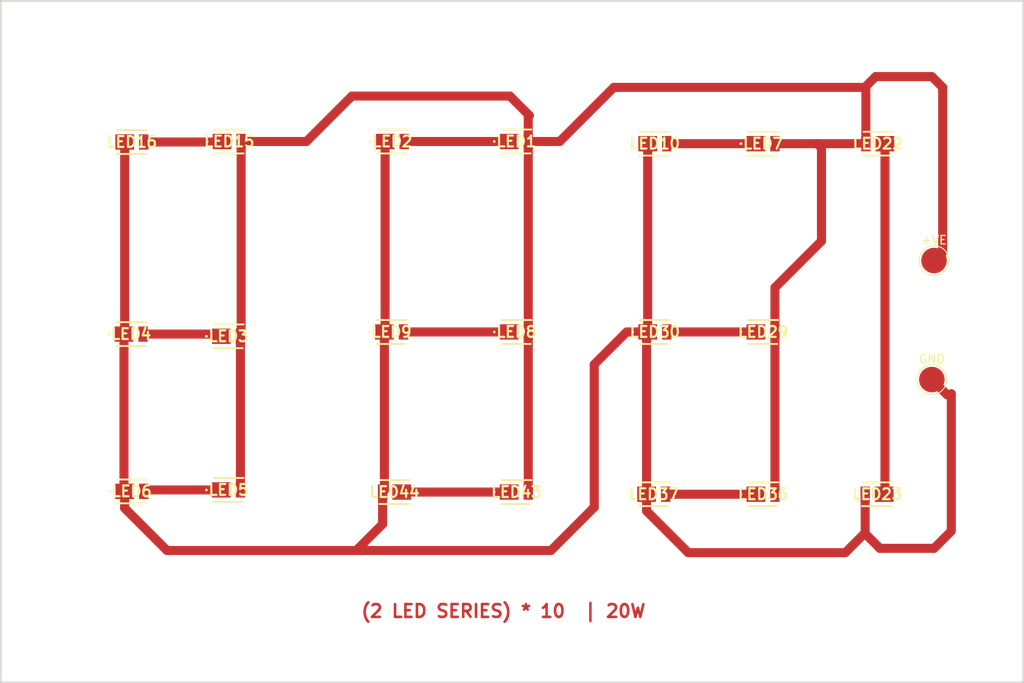
<source format=kicad_pcb>
(kicad_pcb (version 20211014) (generator pcbnew)
  (layers (0 "F.Cu" signal) (31 "B.Cu" signal) (34 "B.Paste" user) (35 "F.Paste" user) (36 "B.SilkS" user "B.Silkscreen") (37 "F.SilkS" user "F.Silkscreen") (38 "B.Mask" user) (39 "F.Mask" user) (44 "Edge.Cuts" user))
  (net 0 "")
  (net 1 "+24V")
  (net 2 "GND")
  (net 3 "Net-(LED15-Pad1)")
  (net 4 "Net-(LED43-Pad1)")
  (net 5 "Net-(LED36-Pad1)")
  (net 6 "Net-(LED29-Pad1)")
  (net 7 "Net-(LED22-Pad1)")
  (net 8 "Net-(LED1-Pad1)")
  (net 9 "Net-(LED10-Pad2)")
  (net 10 "Net-(LED8-Pad1)")
  (net 11 "Net-(LED5-Pad1)")
  (net 12 "Net-(LED3-Pad1)")
  (footprint "2835-library:JB2835BWTGH40EA0000N0000001" (layer "F.Cu") (at 88.817 80.518)
    (fp_text reference "LED4" (at 0.845 0) (layer "F.SilkS") (effects (font (size 1.27 1.27) (thickness 0.254))))
    (fp_text value "JB2835BWT-G-H40EA0000-N0000001" hide)
    (fp_line (start -1.8 0) (end -1.8 0) (layer "F.SilkS") (width 0.2))
    (fp_line (start 2.595 -1.4) (end 2.595 -1.4) (layer "F.SilkS") (width 0.2))
    (fp_line (start 2.595 -1.4) (end -0.905 -1.4) (layer "F.SilkS") (width 0.2))
    (fp_line (start -0.905 -1.4) (end -0.905 -1.4) (layer "F.SilkS") (width 0.2))
    (fp_line (start 2.5 1.4) (end -0.905 1.4) (layer "F.SilkS") (width 0.2))
    (fp_line (start -1.8 0) (end -1.8 0) (layer "F.SilkS") (width 0.2))
    (fp_line (start -0.905 -1.4) (end 2.595 -1.4) (layer "F.SilkS") (width 0.2))
    (fp_line (start -0.905 1.4) (end -0.905 1.4) (layer "F.SilkS") (width 0.2))
    (fp_line (start -1.7 0) (end -1.7 0) (layer "F.SilkS") (width 0.2))
    (fp_line (start -0.905 1.4) (end 2.5 1.4) (layer "F.SilkS") (width 0.2))
    (fp_line (start 2.5 1.4) (end 2.5 1.4) (layer "F.SilkS") (width 0.2))
    (fp_arc (start -1.7 0) (mid -1.75 0.05) (end -1.8 0) (layer "F.SilkS") (width 0.2))
    (fp_arc (start -1.7 0) (mid -1.75 0.05) (end -1.8 0) (layer "F.SilkS") (width 0.2))
    (fp_arc (start -1.8 0) (mid -1.75 -0.05) (end -1.7 0) (layer "F.SilkS") (width 0.2))
    (pad "1" smd rect locked (at 0 0 90) (size 1.8 2.2) (layers "F.Cu" "F.Paste" "F.Mask") (net 2 "GND"))
    (pad "2" smd rect locked (at 2.24 0) (size 1.1 1.8) (layers "F.Cu" "F.Paste" "F.Mask") (net 12 "Net-(LED3-Pad1)"))
  )
  (footprint "2835-library:JB2835BWTGH40EA0000N0000001" (layer "F.Cu") (at 100.247 98.806)
    (fp_text reference "LED5" (at 0.845 0) (layer "F.SilkS") (effects (font (size 1.27 1.27) (thickness 0.254))))
    (fp_text value "JB2835BWT-G-H40EA0000-N0000001" hide)
    (fp_line (start 2.5 1.4) (end 2.5 1.4) (layer "F.SilkS") (width 0.2))
    (fp_line (start -0.905 1.4) (end 2.5 1.4) (layer "F.SilkS") (width 0.2))
    (fp_line (start 2.595 -1.4) (end -0.905 -1.4) (layer "F.SilkS") (width 0.2))
    (fp_line (start 2.5 1.4) (end -0.905 1.4) (layer "F.SilkS") (width 0.2))
    (fp_line (start -1.7 0) (end -1.7 0) (layer "F.SilkS") (width 0.2))
    (fp_line (start -0.905 -1.4) (end 2.595 -1.4) (layer "F.SilkS") (width 0.2))
    (fp_line (start -1.8 0) (end -1.8 0) (layer "F.SilkS") (width 0.2))
    (fp_line (start 2.595 -1.4) (end 2.595 -1.4) (layer "F.SilkS") (width 0.2))
    (fp_line (start -0.905 1.4) (end -0.905 1.4) (layer "F.SilkS") (width 0.2))
    (fp_line (start -1.8 0) (end -1.8 0) (layer "F.SilkS") (width 0.2))
    (fp_line (start -0.905 -1.4) (end -0.905 -1.4) (layer "F.SilkS") (width 0.2))
    (fp_arc (start -1.7 0) (mid -1.75 0.05) (end -1.8 0) (layer "F.SilkS") (width 0.2))
    (fp_arc (start -1.8 0) (mid -1.75 -0.05) (end -1.7 0) (layer "F.SilkS") (width 0.2))
    (fp_arc (start -1.7 0) (mid -1.75 0.05) (end -1.8 0) (layer "F.SilkS") (width 0.2))
    (pad "1" smd rect locked (at 0 0 90) (size 1.8 2.2) (layers "F.Cu" "F.Paste" "F.Mask") (net 11 "Net-(LED5-Pad1)"))
    (pad "2" smd rect locked (at 2.24 0) (size 1.1 1.8) (layers "F.Cu" "F.Paste" "F.Mask") (net 1 "+24V"))
  )
  (footprint "2835-library:JB2835BWTGH40EA0000N0000001" (layer "F.Cu") (at 100.33 57.912)
    (fp_text reference "LED15" (at 0.845 0) (layer "F.SilkS") (effects (font (size 1.27 1.27) (thickness 0.254))))
    (fp_text value "JB2835BWT-G-H40EA0000-N0000001" hide)
    (fp_line (start -0.905 -1.4) (end -0.905 -1.4) (layer "F.SilkS") (width 0.2))
    (fp_line (start -1.7 0) (end -1.7 0) (layer "F.SilkS") (width 0.2))
    (fp_line (start 2.595 -1.4) (end 2.595 -1.4) (layer "F.SilkS") (width 0.2))
    (fp_line (start -0.905 1.4) (end 2.5 1.4) (layer "F.SilkS") (width 0.2))
    (fp_line (start -0.905 -1.4) (end 2.595 -1.4) (layer "F.SilkS") (width 0.2))
    (fp_line (start -1.8 0) (end -1.8 0) (layer "F.SilkS") (width 0.2))
    (fp_line (start -0.905 1.4) (end -0.905 1.4) (layer "F.SilkS") (width 0.2))
    (fp_line (start -1.8 0) (end -1.8 0) (layer "F.SilkS") (width 0.2))
    (fp_line (start 2.5 1.4) (end 2.5 1.4) (layer "F.SilkS") (width 0.2))
    (fp_line (start 2.595 -1.4) (end -0.905 -1.4) (layer "F.SilkS") (width 0.2))
    (fp_line (start 2.5 1.4) (end -0.905 1.4) (layer "F.SilkS") (width 0.2))
    (fp_arc (start -1.7 0) (mid -1.75 0.05) (end -1.8 0) (layer "F.SilkS") (width 0.2))
    (fp_arc (start -1.8 0) (mid -1.75 -0.05) (end -1.7 0) (layer "F.SilkS") (width 0.2))
    (fp_arc (start -1.7 0) (mid -1.75 0.05) (end -1.8 0) (layer "F.SilkS") (width 0.2))
    (pad "1" smd rect locked (at 0 0 90) (size 1.8 2.2) (layers "F.Cu" "F.Paste" "F.Mask") (net 3 "Net-(LED15-Pad1)"))
    (pad "2" smd rect locked (at 2.24 0) (size 1.1 1.8) (layers "F.Cu" "F.Paste" "F.Mask") (net 1 "+24V"))
  )
  (footprint "2835-library:JB2835BWTGH40EA0000N0000001" (layer "F.Cu") (at 119.468 57.912)
    (fp_text reference "LED2" (at 0.845 0) (layer "F.SilkS") (effects (font (size 1.27 1.27) (thickness 0.254))))
    (fp_text value "JB2835BWT-G-H40EA0000-N0000001" hide)
    (fp_line (start -0.905 1.4) (end 2.5 1.4) (layer "F.SilkS") (width 0.2))
    (fp_line (start -0.905 1.4) (end -0.905 1.4) (layer "F.SilkS") (width 0.2))
    (fp_line (start -1.8 0) (end -1.8 0) (layer "F.SilkS") (width 0.2))
    (fp_line (start 2.595 -1.4) (end 2.595 -1.4) (layer "F.SilkS") (width 0.2))
    (fp_line (start -1.8 0) (end -1.8 0) (layer "F.SilkS") (width 0.2))
    (fp_line (start -0.905 -1.4) (end 2.595 -1.4) (layer "F.SilkS") (width 0.2))
    (fp_line (start -0.905 -1.4) (end -0.905 -1.4) (layer "F.SilkS") (width 0.2))
    (fp_line (start 2.5 1.4) (end -0.905 1.4) (layer "F.SilkS") (width 0.2))
    (fp_line (start 2.5 1.4) (end 2.5 1.4) (layer "F.SilkS") (width 0.2))
    (fp_line (start 2.595 -1.4) (end -0.905 -1.4) (layer "F.SilkS") (width 0.2))
    (fp_line (start -1.7 0) (end -1.7 0) (layer "F.SilkS") (width 0.2))
    (fp_arc (start -1.7 0) (mid -1.75 0.05) (end -1.8 0) (layer "F.SilkS") (width 0.2))
    (fp_arc (start -1.8 0) (mid -1.75 -0.05) (end -1.7 0) (layer "F.SilkS") (width 0.2))
    (fp_arc (start -1.7 0) (mid -1.75 0.05) (end -1.8 0) (layer "F.SilkS") (width 0.2))
    (pad "1" smd rect locked (at 0 0 90) (size 1.8 2.2) (layers "F.Cu" "F.Paste" "F.Mask") (net 2 "GND"))
    (pad "2" smd rect locked (at 2.24 0) (size 1.1 1.8) (layers "F.Cu" "F.Paste" "F.Mask") (net 8 "Net-(LED1-Pad1)"))
  )
  (footprint "2835-library:JB2835BWTGH40EA0000N0000001" (layer "F.Cu") (at 134.029 80.264)
    (fp_text reference "LED8" (at 0.845 0) (layer "F.SilkS") (effects (font (size 1.27 1.27) (thickness 0.254))))
    (fp_text value "JB2835BWT-G-H40EA0000-N0000001" hide)
    (fp_line (start -0.905 -1.4) (end 2.595 -1.4) (layer "F.SilkS") (width 0.2))
    (fp_line (start -0.905 -1.4) (end -0.905 -1.4) (layer "F.SilkS") (width 0.2))
    (fp_line (start -0.905 1.4) (end -0.905 1.4) (layer "F.SilkS") (width 0.2))
    (fp_line (start -0.905 1.4) (end 2.5 1.4) (layer "F.SilkS") (width 0.2))
    (fp_line (start 2.595 -1.4) (end 2.595 -1.4) (layer "F.SilkS") (width 0.2))
    (fp_line (start 2.5 1.4) (end 2.5 1.4) (layer "F.SilkS") (width 0.2))
    (fp_line (start 2.595 -1.4) (end -0.905 -1.4) (layer "F.SilkS") (width 0.2))
    (fp_line (start -1.7 0) (end -1.7 0) (layer "F.SilkS") (width 0.2))
    (fp_line (start -1.8 0) (end -1.8 0) (layer "F.SilkS") (width 0.2))
    (fp_line (start -1.8 0) (end -1.8 0) (layer "F.SilkS") (width 0.2))
    (fp_line (start 2.5 1.4) (end -0.905 1.4) (layer "F.SilkS") (width 0.2))
    (fp_arc (start -1.7 0) (mid -1.75 0.05) (end -1.8 0) (layer "F.SilkS") (width 0.2))
    (fp_arc (start -1.8 0) (mid -1.75 -0.05) (end -1.7 0) (layer "F.SilkS") (width 0.2))
    (fp_arc (start -1.7 0) (mid -1.75 0.05) (end -1.8 0) (layer "F.SilkS") (width 0.2))
    (pad "1" smd rect locked (at 0 0 90) (size 1.8 2.2) (layers "F.Cu" "F.Paste" "F.Mask") (net 10 "Net-(LED8-Pad1)"))
    (pad "2" smd rect locked (at 2.24 0) (size 1.1 1.8) (layers "F.Cu" "F.Paste" "F.Mask") (net 1 "+24V"))
  )
  (footprint "2835-library:JB2835BWTGH40EA0000N0000001" (layer "F.Cu") (at 162.985 80.264)
    (fp_text reference "LED29" (at 0.845 0) (layer "F.SilkS") (effects (font (size 1.27 1.27) (thickness 0.254))))
    (fp_text value "JB2835BWT-G-H40EA0000-N0000001" hide)
    (fp_line (start -1.8 0) (end -1.8 0) (layer "F.SilkS") (width 0.2))
    (fp_line (start 2.595 -1.4) (end 2.595 -1.4) (layer "F.SilkS") (width 0.2))
    (fp_line (start 2.595 -1.4) (end -0.905 -1.4) (layer "F.SilkS") (width 0.2))
    (fp_line (start -0.905 1.4) (end -0.905 1.4) (layer "F.SilkS") (width 0.2))
    (fp_line (start 2.5 1.4) (end -0.905 1.4) (layer "F.SilkS") (width 0.2))
    (fp_line (start -0.905 -1.4) (end -0.905 -1.4) (layer "F.SilkS") (width 0.2))
    (fp_line (start -0.905 1.4) (end 2.5 1.4) (layer "F.SilkS") (width 0.2))
    (fp_line (start -1.7 0) (end -1.7 0) (layer "F.SilkS") (width 0.2))
    (fp_line (start -1.8 0) (end -1.8 0) (layer "F.SilkS") (width 0.2))
    (fp_line (start -0.905 -1.4) (end 2.595 -1.4) (layer "F.SilkS") (width 0.2))
    (fp_line (start 2.5 1.4) (end 2.5 1.4) (layer "F.SilkS") (width 0.2))
    (fp_arc (start -1.7 0) (mid -1.75 0.05) (end -1.8 0) (layer "F.SilkS") (width 0.2))
    (fp_arc (start -1.8 0) (mid -1.75 -0.05) (end -1.7 0) (layer "F.SilkS") (width 0.2))
    (fp_arc (start -1.7 0) (mid -1.75 0.05) (end -1.8 0) (layer "F.SilkS") (width 0.2))
    (pad "1" smd rect locked (at 0 0 90) (size 1.8 2.2) (layers "F.Cu" "F.Paste" "F.Mask") (net 6 "Net-(LED29-Pad1)"))
    (pad "2" smd rect locked (at 2.24 0) (size 1.1 1.8) (layers "F.Cu" "F.Paste" "F.Mask") (net 1 "+24V"))
  )
  (footprint "2835-library:JB2835BWTGH40EA0000N0000001" (layer "F.Cu") (at 119.385 80.264)
    (fp_text reference "LED9" (at 0.845 0) (layer "F.SilkS") (effects (font (size 1.27 1.27) (thickness 0.254))))
    (fp_text value "JB2835BWT-G-H40EA0000-N0000001" hide)
    (fp_line (start -0.905 -1.4) (end -0.905 -1.4) (layer "F.SilkS") (width 0.2))
    (fp_line (start -1.8 0) (end -1.8 0) (layer "F.SilkS") (width 0.2))
    (fp_line (start 2.595 -1.4) (end 2.595 -1.4) (layer "F.SilkS") (width 0.2))
    (fp_line (start -1.7 0) (end -1.7 0) (layer "F.SilkS") (width 0.2))
    (fp_line (start 2.5 1.4) (end -0.905 1.4) (layer "F.SilkS") (width 0.2))
    (fp_line (start -1.8 0) (end -1.8 0) (layer "F.SilkS") (width 0.2))
    (fp_line (start -0.905 -1.4) (end 2.595 -1.4) (layer "F.SilkS") (width 0.2))
    (fp_line (start -0.905 1.4) (end 2.5 1.4) (layer "F.SilkS") (width 0.2))
    (fp_line (start 2.5 1.4) (end 2.5 1.4) (layer "F.SilkS") (width 0.2))
    (fp_line (start 2.595 -1.4) (end -0.905 -1.4) (layer "F.SilkS") (width 0.2))
    (fp_line (start -0.905 1.4) (end -0.905 1.4) (layer "F.SilkS") (width 0.2))
    (fp_arc (start -1.7 0) (mid -1.75 0.05) (end -1.8 0) (layer "F.SilkS") (width 0.2))
    (fp_arc (start -1.7 0) (mid -1.75 0.05) (end -1.8 0) (layer "F.SilkS") (width 0.2))
    (fp_arc (start -1.8 0) (mid -1.75 -0.05) (end -1.7 0) (layer "F.SilkS") (width 0.2))
    (pad "1" smd rect locked (at 0 0 90) (size 1.8 2.2) (layers "F.Cu" "F.Paste" "F.Mask") (net 2 "GND"))
    (pad "2" smd rect locked (at 2.24 0) (size 1.1 1.8) (layers "F.Cu" "F.Paste" "F.Mask") (net 10 "Net-(LED8-Pad1)"))
  )
  (footprint "2835-library:JB2835BWTGH40EA0000N0000001" (layer "F.Cu") (at 134.029 57.912)
    (fp_text reference "LED1" (at 0.845 0) (layer "F.SilkS") (effects (font (size 1.27 1.27) (thickness 0.254))))
    (fp_text value "JB2835BWT-G-H40EA0000-N0000001" hide)
    (fp_line (start -1.8 0) (end -1.8 0) (layer "F.SilkS") (width 0.2))
    (fp_line (start -1.8 0) (end -1.8 0) (layer "F.SilkS") (width 0.2))
    (fp_line (start 2.595 -1.4) (end 2.595 -1.4) (layer "F.SilkS") (width 0.2))
    (fp_line (start 2.595 -1.4) (end -0.905 -1.4) (layer "F.SilkS") (width 0.2))
    (fp_line (start -1.7 0) (end -1.7 0) (layer "F.SilkS") (width 0.2))
    (fp_line (start 2.5 1.4) (end -0.905 1.4) (layer "F.SilkS") (width 0.2))
    (fp_line (start -0.905 1.4) (end -0.905 1.4) (layer "F.SilkS") (width 0.2))
    (fp_line (start -0.905 -1.4) (end -0.905 -1.4) (layer "F.SilkS") (width 0.2))
    (fp_line (start -0.905 1.4) (end 2.5 1.4) (layer "F.SilkS") (width 0.2))
    (fp_line (start -0.905 -1.4) (end 2.595 -1.4) (layer "F.SilkS") (width 0.2))
    (fp_line (start 2.5 1.4) (end 2.5 1.4) (layer "F.SilkS") (width 0.2))
    (fp_arc (start -1.7 0) (mid -1.75 0.05) (end -1.8 0) (layer "F.SilkS") (width 0.2))
    (fp_arc (start -1.7 0) (mid -1.75 0.05) (end -1.8 0) (layer "F.SilkS") (width 0.2))
    (fp_arc (start -1.8 0) (mid -1.75 -0.05) (end -1.7 0) (layer "F.SilkS") (width 0.2))
    (pad "1" smd rect locked (at 0 0 90) (size 1.8 2.2) (layers "F.Cu" "F.Paste" "F.Mask") (net 8 "Net-(LED1-Pad1)"))
    (pad "2" smd rect locked (at 2.24 0) (size 1.1 1.8) (layers "F.Cu" "F.Paste" "F.Mask") (net 1 "+24V"))
  )
  (footprint "2835-library:JB2835BWTGH40EA0000N0000001" (layer "F.Cu") (at 88.9 57.97)
    (fp_text reference "LED16" (at 0.845 0) (layer "F.SilkS") (effects (font (size 1.27 1.27) (thickness 0.254))))
    (fp_text value "JB2835BWT-G-H40EA0000-N0000001" hide)
    (fp_line (start -0.905 1.4) (end 2.5 1.4) (layer "F.SilkS") (width 0.2))
    (fp_line (start 2.5 1.4) (end -0.905 1.4) (layer "F.SilkS") (width 0.2))
    (fp_line (start -0.905 -1.4) (end 2.595 -1.4) (layer "F.SilkS") (width 0.2))
    (fp_line (start -1.8 0) (end -1.8 0) (layer "F.SilkS") (width 0.2))
    (fp_line (start -1.7 0) (end -1.7 0) (layer "F.SilkS") (width 0.2))
    (fp_line (start 2.595 -1.4) (end -0.905 -1.4) (layer "F.SilkS") (width 0.2))
    (fp_line (start -0.905 1.4) (end -0.905 1.4) (layer "F.SilkS") (width 0.2))
    (fp_line (start -0.905 -1.4) (end -0.905 -1.4) (layer "F.SilkS") (width 0.2))
    (fp_line (start 2.595 -1.4) (end 2.595 -1.4) (layer "F.SilkS") (width 0.2))
    (fp_line (start 2.5 1.4) (end 2.5 1.4) (layer "F.SilkS") (width 0.2))
    (fp_line (start -1.8 0) (end -1.8 0) (layer "F.SilkS") (width 0.2))
    (fp_arc (start -1.8 0) (mid -1.75 -0.05) (end -1.7 0) (layer "F.SilkS") (width 0.2))
    (fp_arc (start -1.7 0) (mid -1.75 0.05) (end -1.8 0) (layer "F.SilkS") (width 0.2))
    (fp_arc (start -1.7 0) (mid -1.75 0.05) (end -1.8 0) (layer "F.SilkS") (width 0.2))
    (pad "1" smd rect locked (at 0 0 90) (size 1.8 2.2) (layers "F.Cu" "F.Paste" "F.Mask") (net 2 "GND"))
    (pad "2" smd rect locked (at 2.24 0) (size 1.1 1.8) (layers "F.Cu" "F.Paste" "F.Mask") (net 3 "Net-(LED15-Pad1)"))
  )
  (footprint "2835-library:JB2835BWTGH40EA0000N0000001" (layer "F.Cu") (at 178.137 58.166 180)
    (fp_text reference "LED22" (at 0.845 0) (layer "F.SilkS") (effects (font (size 1.27 1.27) (thickness 0.254))))
    (fp_text value "JB2835BWT-G-H40EA0000-N0000001" hide)
    (fp_line (start 2.595 -1.4) (end 2.595 -1.4) (layer "F.SilkS") (width 0.2))
    (fp_line (start -0.905 -1.4) (end -0.905 -1.4) (layer "F.SilkS") (width 0.2))
    (fp_line (start -1.7 0) (end -1.7 0) (layer "F.SilkS") (width 0.2))
    (fp_line (start 2.5 1.4) (end -0.905 1.4) (layer "F.SilkS") (width 0.2))
    (fp_line (start -0.905 1.4) (end -0.905 1.4) (layer "F.SilkS") (width 0.2))
    (fp_line (start -1.8 0) (end -1.8 0) (layer "F.SilkS") (width 0.2))
    (fp_line (start -0.905 -1.4) (end 2.595 -1.4) (layer "F.SilkS") (width 0.2))
    (fp_line (start -0.905 1.4) (end 2.5 1.4) (layer "F.SilkS") (width 0.2))
    (fp_line (start -1.8 0) (end -1.8 0) (layer "F.SilkS") (width 0.2))
    (fp_line (start 2.5 1.4) (end 2.5 1.4) (layer "F.SilkS") (width 0.2))
    (fp_line (start 2.595 -1.4) (end -0.905 -1.4) (layer "F.SilkS") (width 0.2))
    (fp_arc (start -1.7 0) (mid -1.75 0.05) (end -1.8 0) (layer "F.SilkS") (width 0.2))
    (fp_arc (start -1.8 0) (mid -1.75 -0.05) (end -1.7 0) (layer "F.SilkS") (width 0.2))
    (fp_arc (start -1.7 0) (mid -1.75 0.05) (end -1.8 0) (layer "F.SilkS") (width 0.2))
    (pad "1" smd rect locked (at 0 0 270) (size 1.8 2.2) (layers "F.Cu" "F.Paste" "F.Mask") (net 7 "Net-(LED22-Pad1)"))
    (pad "2" smd rect locked (at 2.24 0 180) (size 1.1 1.8) (layers "F.Cu" "F.Paste" "F.Mask") (net 1 "+24V"))
  )
  (footprint "TestPoint:TestPoint_Pad_D3.0mm" (layer "F.Cu") (at 183.642 85.852)
    (fp_text reference "GND" (at 0 -2.398) (layer "F.SilkS"))
    (fp_text value "TestPoint")
    (fp_circle (center 0 0) (end 0 1.75) (layer "F.SilkS") (width 0.12) (fill none))
    (pad "1" smd circle (at 0 0) (size 3 3) (layers "F.Cu" "F.Mask") (net 2 "GND"))
  )
  (footprint "2835-library:JB2835BWTGH40EA0000N0000001" (layer "F.Cu") (at 162.985 58.166)
    (fp_text reference "LED7" (at 0.845 0) (layer "F.SilkS") (effects (font (size 1.27 1.27) (thickness 0.254))))
    (fp_text value "JB2835BWT-G-H40EA0000-N0000001" hide)
    (fp_line (start -0.905 1.4) (end 2.5 1.4) (layer "F.SilkS") (width 0.2))
    (fp_line (start 2.595 -1.4) (end 2.595 -1.4) (layer "F.SilkS") (width 0.2))
    (fp_line (start -0.905 -1.4) (end 2.595 -1.4) (layer "F.SilkS") (width 0.2))
    (fp_line (start -1.8 0) (end -1.8 0) (layer "F.SilkS") (width 0.2))
    (fp_line (start 2.5 1.4) (end -0.905 1.4) (layer "F.SilkS") (width 0.2))
    (fp_line (start 2.595 -1.4) (end -0.905 -1.4) (layer "F.SilkS") (width 0.2))
    (fp_line (start -1.8 0) (end -1.8 0) (layer "F.SilkS") (width 0.2))
    (fp_line (start -0.905 1.4) (end -0.905 1.4) (layer "F.SilkS") (width 0.2))
    (fp_line (start -1.7 0) (end -1.7 0) (layer "F.SilkS") (width 0.2))
    (fp_line (start 2.5 1.4) (end 2.5 1.4) (layer "F.SilkS") (width 0.2))
    (fp_line (start -0.905 -1.4) (end -0.905 -1.4) (layer "F.SilkS") (width 0.2))
    (fp_arc (start -1.8 0) (mid -1.75 -0.05) (end -1.7 0) (layer "F.SilkS") (width 0.2))
    (fp_arc (start -1.7 0) (mid -1.75 0.05) (end -1.8 0) (layer "F.SilkS") (width 0.2))
    (fp_arc (start -1.7 0) (mid -1.75 0.05) (end -1.8 0) (layer "F.SilkS") (width 0.2))
    (pad "1" smd rect locked (at 0 0 90) (size 1.8 2.2) (layers "F.Cu" "F.Paste" "F.Mask") (net 9 "Net-(LED10-Pad2)"))
    (pad "2" smd rect locked (at 2.24 0) (size 1.1 1.8) (layers "F.Cu" "F.Paste" "F.Mask") (net 1 "+24V"))
  )
  (footprint "2835-library:JB2835BWTGH40EA0000N0000001" (layer "F.Cu") (at 150.285 58.166)
    (fp_text reference "LED10" (at 0.845 0) (layer "F.SilkS") (effects (font (size 1.27 1.27) (thickness 0.254))))
    (fp_text value "JB2835BWT-G-H40EA0000-N0000001" hide)
    (fp_line (start 2.5 1.4) (end -0.905 1.4) (layer "F.SilkS") (width 0.2))
    (fp_line (start 2.595 -1.4) (end -0.905 -1.4) (layer "F.SilkS") (width 0.2))
    (fp_line (start -0.905 1.4) (end -0.905 1.4) (layer "F.SilkS") (width 0.2))
    (fp_line (start -0.905 -1.4) (end 2.595 -1.4) (layer "F.SilkS") (width 0.2))
    (fp_line (start -0.905 1.4) (end 2.5 1.4) (layer "F.SilkS") (width 0.2))
    (fp_line (start -1.8 0) (end -1.8 0) (layer "F.SilkS") (width 0.2))
    (fp_line (start -1.7 0) (end -1.7 0) (layer "F.SilkS") (width 0.2))
    (fp_line (start -0.905 -1.4) (end -0.905 -1.4) (layer "F.SilkS") (width 0.2))
    (fp_line (start 2.595 -1.4) (end 2.595 -1.4) (layer "F.SilkS") (width 0.2))
    (fp_line (start 2.5 1.4) (end 2.5 1.4) (layer "F.SilkS") (width 0.2))
    (fp_line (start -1.8 0) (end -1.8 0) (layer "F.SilkS") (width 0.2))
    (fp_arc (start -1.7 0) (mid -1.75 0.05) (end -1.8 0) (layer "F.SilkS") (width 0.2))
    (fp_arc (start -1.8 0) (mid -1.75 -0.05) (end -1.7 0) (layer "F.SilkS") (width 0.2))
    (fp_arc (start -1.7 0) (mid -1.75 0.05) (end -1.8 0) (layer "F.SilkS") (width 0.2))
    (pad "1" smd rect locked (at 0 0 90) (size 1.8 2.2) (layers "F.Cu" "F.Paste" "F.Mask") (net 2 "GND"))
    (pad "2" smd rect locked (at 2.24 0) (size 1.1 1.8) (layers "F.Cu" "F.Paste" "F.Mask") (net 9 "Net-(LED10-Pad2)"))
  )
  (footprint "2835-library:JB2835BWTGH40EA0000N0000001" (layer "F.Cu") (at 162.985 99.314)
    (fp_text reference "LED36" (at 0.845 0) (layer "F.SilkS") (effects (font (size 1.27 1.27) (thickness 0.254))))
    (fp_text value "JB2835BWT-G-H40EA0000-N0000001" hide)
    (fp_line (start 2.5 1.4) (end 2.5 1.4) (layer "F.SilkS") (width 0.2))
    (fp_line (start -1.8 0) (end -1.8 0) (layer "F.SilkS") (width 0.2))
    (fp_line (start -0.905 1.4) (end -0.905 1.4) (layer "F.SilkS") (width 0.2))
    (fp_line (start 2.595 -1.4) (end 2.595 -1.4) (layer "F.SilkS") (width 0.2))
    (fp_line (start -1.7 0) (end -1.7 0) (layer "F.SilkS") (width 0.2))
    (fp_line (start 2.595 -1.4) (end -0.905 -1.4) (layer "F.SilkS") (width 0.2))
    (fp_line (start -1.8 0) (end -1.8 0) (layer "F.SilkS") (width 0.2))
    (fp_line (start -0.905 1.4) (end 2.5 1.4) (layer "F.SilkS") (width 0.2))
    (fp_line (start 2.5 1.4) (end -0.905 1.4) (layer "F.SilkS") (width 0.2))
    (fp_line (start -0.905 -1.4) (end 2.595 -1.4) (layer "F.SilkS") (width 0.2))
    (fp_line (start -0.905 -1.4) (end -0.905 -1.4) (layer "F.SilkS") (width 0.2))
    (fp_arc (start -1.7 0) (mid -1.75 0.05) (end -1.8 0) (layer "F.SilkS") (width 0.2))
    (fp_arc (start -1.7 0) (mid -1.75 0.05) (end -1.8 0) (layer "F.SilkS") (width 0.2))
    (fp_arc (start -1.8 0) (mid -1.75 -0.05) (end -1.7 0) (layer "F.SilkS") (width 0.2))
    (pad "1" smd rect locked (at 0 0 90) (size 1.8 2.2) (layers "F.Cu" "F.Paste" "F.Mask") (net 5 "Net-(LED36-Pad1)"))
    (pad "2" smd rect locked (at 2.24 0) (size 1.1 1.8) (layers "F.Cu" "F.Paste" "F.Mask") (net 1 "+24V"))
  )
  (footprint "2835-library:JB2835BWTGH40EA0000N0000001" (layer "F.Cu") (at 134.029 99.06)
    (fp_text reference "LED43" (at 0.845 0) (layer "F.SilkS") (effects (font (size 1.27 1.27) (thickness 0.254))))
    (fp_text value "JB2835BWT-G-H40EA0000-N0000001" hide)
    (fp_line (start -1.8 0) (end -1.8 0) (layer "F.SilkS") (width 0.2))
    (fp_line (start 2.5 1.4) (end -0.905 1.4) (layer "F.SilkS") (width 0.2))
    (fp_line (start -0.905 -1.4) (end 2.595 -1.4) (layer "F.SilkS") (width 0.2))
    (fp_line (start -0.905 1.4) (end -0.905 1.4) (layer "F.SilkS") (width 0.2))
    (fp_line (start -0.905 1.4) (end 2.5 1.4) (layer "F.SilkS") (width 0.2))
    (fp_line (start -1.8 0) (end -1.8 0) (layer "F.SilkS") (width 0.2))
    (fp_line (start 2.595 -1.4) (end -0.905 -1.4) (layer "F.SilkS") (width 0.2))
    (fp_line (start -1.7 0) (end -1.7 0) (layer "F.SilkS") (width 0.2))
    (fp_line (start 2.5 1.4) (end 2.5 1.4) (layer "F.SilkS") (width 0.2))
    (fp_line (start -0.905 -1.4) (end -0.905 -1.4) (layer "F.SilkS") (width 0.2))
    (fp_line (start 2.595 -1.4) (end 2.595 -1.4) (layer "F.SilkS") (width 0.2))
    (fp_arc (start -1.7 0) (mid -1.75 0.05) (end -1.8 0) (layer "F.SilkS") (width 0.2))
    (fp_arc (start -1.7 0) (mid -1.75 0.05) (end -1.8 0) (layer "F.SilkS") (width 0.2))
    (fp_arc (start -1.8 0) (mid -1.75 -0.05) (end -1.7 0) (layer "F.SilkS") (width 0.2))
    (pad "1" smd rect locked (at 0 0 90) (size 1.8 2.2) (layers "F.Cu" "F.Paste" "F.Mask") (net 4 "Net-(LED43-Pad1)"))
    (pad "2" smd rect locked (at 2.24 0) (size 1.1 1.8) (layers "F.Cu" "F.Paste" "F.Mask") (net 1 "+24V"))
  )
  (footprint "2835-library:JB2835BWTGH40EA0000N0000001" (layer "F.Cu") (at 121.412 99.06 180)
    (fp_text reference "LED44" (at 0.845 0) (layer "F.SilkS") (effects (font (size 1.27 1.27) (thickness 0.254))))
    (fp_text value "JB2835BWT-G-H40EA0000-N0000001" hide)
    (fp_line (start -0.905 -1.4) (end -0.905 -1.4) (layer "F.SilkS") (width 0.2))
    (fp_line (start 2.595 -1.4) (end -0.905 -1.4) (layer "F.SilkS") (width 0.2))
    (fp_line (start -0.905 1.4) (end -0.905 1.4) (layer "F.SilkS") (width 0.2))
    (fp_line (start 2.595 -1.4) (end 2.595 -1.4) (layer "F.SilkS") (width 0.2))
    (fp_line (start 2.5 1.4) (end -0.905 1.4) (layer "F.SilkS") (width 0.2))
    (fp_line (start -0.905 -1.4) (end 2.595 -1.4) (layer "F.SilkS") (width 0.2))
    (fp_line (start -0.905 1.4) (end 2.5 1.4) (layer "F.SilkS") (width 0.2))
    (fp_line (start -1.7 0) (end -1.7 0) (layer "F.SilkS") (width 0.2))
    (fp_line (start -1.8 0) (end -1.8 0) (layer "F.SilkS") (width 0.2))
    (fp_line (start 2.5 1.4) (end 2.5 1.4) (layer "F.SilkS") (width 0.2))
    (fp_line (start -1.8 0) (end -1.8 0) (layer "F.SilkS") (width 0.2))
    (fp_arc (start -1.8 0) (mid -1.75 -0.05) (end -1.7 0) (layer "F.SilkS") (width 0.2))
    (fp_arc (start -1.7 0) (mid -1.75 0.05) (end -1.8 0) (layer "F.SilkS") (width 0.2))
    (fp_arc (start -1.7 0) (mid -1.75 0.05) (end -1.8 0) (layer "F.SilkS") (width 0.2))
    (pad "1" smd rect locked (at 0 0 270) (size 1.8 2.2) (layers "F.Cu" "F.Paste" "F.Mask") (net 4 "Net-(LED43-Pad1)"))
    (pad "2" smd rect locked (at 2.24 0 180) (size 1.1 1.8) (layers "F.Cu" "F.Paste" "F.Mask") (net 2 "GND"))
  )
  (footprint "2835-library:JB2835BWTGH40EA0000N0000001" (layer "F.Cu") (at 150.285 80.264)
    (fp_text reference "LED30" (at 0.845 0) (layer "F.SilkS") (effects (font (size 1.27 1.27) (thickness 0.254))))
    (fp_text value "JB2835BWT-G-H40EA0000-N0000001" hide)
    (fp_line (start -1.8 0) (end -1.8 0) (layer "F.SilkS") (width 0.2))
    (fp_line (start 2.595 -1.4) (end 2.595 -1.4) (layer "F.SilkS") (width 0.2))
    (fp_line (start 2.5 1.4) (end 2.5 1.4) (layer "F.SilkS") (width 0.2))
    (fp_line (start -0.905 1.4) (end 2.5 1.4) (layer "F.SilkS") (width 0.2))
    (fp_line (start -0.905 -1.4) (end -0.905 -1.4) (layer "F.SilkS") (width 0.2))
    (fp_line (start -1.7 0) (end -1.7 0) (layer "F.SilkS") (width 0.2))
    (fp_line (start 2.5 1.4) (end -0.905 1.4) (layer "F.SilkS") (width 0.2))
    (fp_line (start -1.8 0) (end -1.8 0) (layer "F.SilkS") (width 0.2))
    (fp_line (start -0.905 1.4) (end -0.905 1.4) (layer "F.SilkS") (width 0.2))
    (fp_line (start -0.905 -1.4) (end 2.595 -1.4) (layer "F.SilkS") (width 0.2))
    (fp_line (start 2.595 -1.4) (end -0.905 -1.4) (layer "F.SilkS") (width 0.2))
    (fp_arc (start -1.7 0) (mid -1.75 0.05) (end -1.8 0) (layer "F.SilkS") (width 0.2))
    (fp_arc (start -1.7 0) (mid -1.75 0.05) (end -1.8 0) (layer "F.SilkS") (width 0.2))
    (fp_arc (start -1.8 0) (mid -1.75 -0.05) (end -1.7 0) (layer "F.SilkS") (width 0.2))
    (pad "1" smd rect locked (at 0 0 90) (size 1.8 2.2) (layers "F.Cu" "F.Paste" "F.Mask") (net 2 "GND"))
    (pad "2" smd rect locked (at 2.24 0) (size 1.1 1.8) (layers "F.Cu" "F.Paste" "F.Mask") (net 6 "Net-(LED29-Pad1)"))
  )
  (footprint "2835-library:JB2835BWTGH40EA0000N0000001" (layer "F.Cu") (at 150.156 99.314)
    (fp_text reference "LED37" (at 0.845 0) (layer "F.SilkS") (effects (font (size 1.27 1.27) (thickness 0.254))))
    (fp_text value "JB2835BWT-G-H40EA0000-N0000001" hide)
    (fp_line (start 2.5 1.4) (end -0.905 1.4) (layer "F.SilkS") (width 0.2))
    (fp_line (start 2.595 -1.4) (end 2.595 -1.4) (layer "F.SilkS") (width 0.2))
    (fp_line (start -0.905 -1.4) (end 2.595 -1.4) (layer "F.SilkS") (width 0.2))
    (fp_line (start -1.8 0) (end -1.8 0) (layer "F.SilkS") (width 0.2))
    (fp_line (start -1.8 0) (end -1.8 0) (layer "F.SilkS") (width 0.2))
    (fp_line (start -0.905 1.4) (end -0.905 1.4) (layer "F.SilkS") (width 0.2))
    (fp_line (start -1.7 0) (end -1.7 0) (layer "F.SilkS") (width 0.2))
    (fp_line (start 2.5 1.4) (end 2.5 1.4) (layer "F.SilkS") (width 0.2))
    (fp_line (start -0.905 -1.4) (end -0.905 -1.4) (layer "F.SilkS") (width 0.2))
    (fp_line (start -0.905 1.4) (end 2.5 1.4) (layer "F.SilkS") (width 0.2))
    (fp_line (start 2.595 -1.4) (end -0.905 -1.4) (layer "F.SilkS") (width 0.2))
    (fp_arc (start -1.7 0) (mid -1.75 0.05) (end -1.8 0) (layer "F.SilkS") (width 0.2))
    (fp_arc (start -1.8 0) (mid -1.75 -0.05) (end -1.7 0) (layer "F.SilkS") (width 0.2))
    (fp_arc (start -1.7 0) (mid -1.75 0.05) (end -1.8 0) (layer "F.SilkS") (width 0.2))
    (pad "1" smd rect locked (at 0 0 90) (size 1.8 2.2) (layers "F.Cu" "F.Paste" "F.Mask") (net 2 "GND"))
    (pad "2" smd rect locked (at 2.24 0) (size 1.1 1.8) (layers "F.Cu" "F.Paste" "F.Mask") (net 5 "Net-(LED36-Pad1)"))
  )
  (footprint "2835-library:JB2835BWTGH40EA0000N0000001" (layer "F.Cu") (at 178.054 99.314 180)
    (fp_text reference "LED23" (at 0.845 0) (layer "F.SilkS") (effects (font (size 1.27 1.27) (thickness 0.254))))
    (fp_text value "JB2835BWT-G-H40EA0000-N0000001" hide)
    (fp_line (start -1.8 0) (end -1.8 0) (layer "F.SilkS") (width 0.2))
    (fp_line (start -0.905 1.4) (end -0.905 1.4) (layer "F.SilkS") (width 0.2))
    (fp_line (start 2.595 -1.4) (end 2.595 -1.4) (layer "F.SilkS") (width 0.2))
    (fp_line (start 2.5 1.4) (end 2.5 1.4) (layer "F.SilkS") (width 0.2))
    (fp_line (start -1.8 0) (end -1.8 0) (layer "F.SilkS") (width 0.2))
    (fp_line (start 2.595 -1.4) (end -0.905 -1.4) (layer "F.SilkS") (width 0.2))
    (fp_line (start -0.905 -1.4) (end -0.905 -1.4) (layer "F.SilkS") (width 0.2))
    (fp_line (start 2.5 1.4) (end -0.905 1.4) (layer "F.SilkS") (width 0.2))
    (fp_line (start -1.7 0) (end -1.7 0) (layer "F.SilkS") (width 0.2))
    (fp_line (start -0.905 1.4) (end 2.5 1.4) (layer "F.SilkS") (width 0.2))
    (fp_line (start -0.905 -1.4) (end 2.595 -1.4) (layer "F.SilkS") (width 0.2))
    (fp_arc (start -1.7 0) (mid -1.75 0.05) (end -1.8 0) (layer "F.SilkS") (width 0.2))
    (fp_arc (start -1.8 0) (mid -1.75 -0.05) (end -1.7 0) (layer "F.SilkS") (width 0.2))
    (fp_arc (start -1.7 0) (mid -1.75 0.05) (end -1.8 0) (layer "F.SilkS") (width 0.2))
    (pad "1" smd rect locked (at 0 0 270) (size 1.8 2.2) (layers "F.Cu" "F.Paste" "F.Mask") (net 7 "Net-(LED22-Pad1)"))
    (pad "2" smd rect locked (at 2.24 0 180) (size 1.1 1.8) (layers "F.Cu" "F.Paste" "F.Mask") (net 2 "GND"))
  )
  (footprint "2835-library:JB2835BWTGH40EA0000N0000001" (layer "F.Cu") (at 100.247 80.772)
    (fp_text reference "LED3" (at 0.845 0) (layer "F.SilkS") (effects (font (size 1.27 1.27) (thickness 0.254))))
    (fp_text value "JB2835BWT-G-H40EA0000-N0000001" hide)
    (fp_line (start -0.905 1.4) (end 2.5 1.4) (layer "F.SilkS") (width 0.2))
    (fp_line (start -0.905 -1.4) (end -0.905 -1.4) (layer "F.SilkS") (width 0.2))
    (fp_line (start 2.5 1.4) (end -0.905 1.4) (layer "F.SilkS") (width 0.2))
    (fp_line (start -1.8 0) (end -1.8 0) (layer "F.SilkS") (width 0.2))
    (fp_line (start -1.7 0) (end -1.7 0) (layer "F.SilkS") (width 0.2))
    (fp_line (start -0.905 -1.4) (end 2.595 -1.4) (layer "F.SilkS") (width 0.2))
    (fp_line (start -0.905 1.4) (end -0.905 1.4) (layer "F.SilkS") (width 0.2))
    (fp_line (start 2.5 1.4) (end 2.5 1.4) (layer "F.SilkS") (width 0.2))
    (fp_line (start -1.8 0) (end -1.8 0) (layer "F.SilkS") (width 0.2))
    (fp_line (start 2.595 -1.4) (end -0.905 -1.4) (layer "F.SilkS") (width 0.2))
    (fp_line (start 2.595 -1.4) (end 2.595 -1.4) (layer "F.SilkS") (width 0.2))
    (fp_arc (start -1.7 0) (mid -1.75 0.05) (end -1.8 0) (layer "F.SilkS") (width 0.2))
    (fp_arc (start -1.8 0) (mid -1.75 -0.05) (end -1.7 0) (layer "F.SilkS") (width 0.2))
    (fp_arc (start -1.7 0) (mid -1.75 0.05) (end -1.8 0) (layer "F.SilkS") (width 0.2))
    (pad "1" smd rect locked (at 0 0 90) (size 1.8 2.2) (layers "F.Cu" "F.Paste" "F.Mask") (net 12 "Net-(LED3-Pad1)"))
    (pad "2" smd rect locked (at 2.24 0) (size 1.1 1.8) (layers "F.Cu" "F.Paste" "F.Mask") (net 1 "+24V"))
  )
  (footprint "TestPoint:TestPoint_Pad_D3.0mm" (layer "F.Cu") (at 183.896 71.882)
    (fp_text reference "+VE" (at 0 -2.398) (layer "F.SilkS"))
    (fp_text value "TestPoint")
    (fp_circle (center 0 0) (end 0 1.75) (layer "F.SilkS") (width 0.12) (fill none))
    (pad "1" smd circle (at 0 0) (size 3 3) (layers "F.Cu" "F.Mask") (net 1 "+24V"))
  )
  (footprint "2835-library:JB2835BWTGH40EA0000N0000001" (layer "F.Cu") (at 88.893 98.977)
    (fp_text reference "LED6" (at 0.845 0) (layer "F.SilkS") (effects (font (size 1.27 1.27) (thickness 0.254))))
    (fp_text value "JB2835BWT-G-H40EA0000-N0000001" hide)
    (fp_line (start -0.905 1.4) (end 2.5 1.4) (layer "F.SilkS") (width 0.2))
    (fp_line (start 2.5 1.4) (end -0.905 1.4) (layer "F.SilkS") (width 0.2))
    (fp_line (start 2.5 1.4) (end 2.5 1.4) (layer "F.SilkS") (width 0.2))
    (fp_line (start -0.905 -1.4) (end -0.905 -1.4) (layer "F.SilkS") (width 0.2))
    (fp_line (start -1.7 0) (end -1.7 0) (layer "F.SilkS") (width 0.2))
    (fp_line (start -1.8 0) (end -1.8 0) (layer "F.SilkS") (width 0.2))
    (fp_line (start -0.905 -1.4) (end 2.595 -1.4) (layer "F.SilkS") (width 0.2))
    (fp_line (start 2.595 -1.4) (end 2.595 -1.4) (layer "F.SilkS") (width 0.2))
    (fp_line (start 2.595 -1.4) (end -0.905 -1.4) (layer "F.SilkS") (width 0.2))
    (fp_line (start -1.8 0) (end -1.8 0) (layer "F.SilkS") (width 0.2))
    (fp_line (start -0.905 1.4) (end -0.905 1.4) (layer "F.SilkS") (width 0.2))
    (fp_arc (start -1.7 0) (mid -1.75 0.05) (end -1.8 0) (layer "F.SilkS") (width 0.2))
    (fp_arc (start -1.7 0) (mid -1.75 0.05) (end -1.8 0) (layer "F.SilkS") (width 0.2))
    (fp_arc (start -1.8 0) (mid -1.75 -0.05) (end -1.7 0) (layer "F.SilkS") (width 0.2))
    (pad "1" smd rect locked (at 0 0 90) (size 1.8 2.2) (layers "F.Cu" "F.Paste" "F.Mask") (net 2 "GND"))
    (pad "2" smd rect locked (at 2.24 0) (size 1.1 1.8) (layers "F.Cu" "F.Paste" "F.Mask") (net 11 "Net-(LED5-Pad1)"))
  )
  (gr_rect (start 74.366 41.402) (end 194.366 121.402) (layer "Edge.Cuts") (width 0.2) (fill none))
  (gr_text "(2 LED SERIES) * 10  | 20W\n" (at 133.35 113.03) (layer "F.Cu") (effects (font (size 1.5 1.5) (thickness 0.3))))
  (segment (start 102.57 57.912) (end 102.57 80.689) (width 1.06307) (layer "F.Cu") (net 1))
  (segment (start 170.18 58.166) (end 175.897 58.166) (width 1.06307) (layer "F.Cu") (net 1))
  (segment (start 165.225 58.166) (end 170.18 58.166) (width 1.06307) (layer "F.Cu") (net 1))
  (segment (start 136.269 54.993) (end 136.269 57.912) (width 1.06307) (layer "F.Cu") (net 1))
  (segment (start 184.912 51.562) (end 184.912 70.866) (width 1.06307) (layer "F.Cu") (net 1))
  (segment (start 170.688 58.674) (end 170.18 58.166) (width 1.06307) (layer "F.Cu") (net 1))
  (segment (start 175.768 51.562) (end 177.038 50.292) (width 1.06307) (layer "F.Cu") (net 1))
  (segment (start 165.225 80.264) (end 165.225 99.314) (width 1.06307) (layer "F.Cu") (net 1))
  (segment (start 102.487 80.772) (end 102.487 98.806) (width 1.06307) (layer "F.Cu") (net 1))
  (segment (start 146.304 51.562) (end 175.768 51.562) (width 1.06307) (layer "F.Cu") (net 1))
  (segment (start 183.642 50.292) (end 184.912 51.562) (width 1.06307) (layer "F.Cu") (net 1))
  (segment (start 165.225 75.059) (end 170.688 69.596) (width 1.06307) (layer "F.Cu") (net 1))
  (segment (start 136.398 54.864) (end 136.269 54.993) (width 1.06307) (layer "F.Cu") (net 1))
  (segment (start 136.269 80.264) (end 136.269 99.06) (width 1.06307) (layer "F.Cu") (net 1))
  (segment (start 134.112 52.578) (end 136.398 54.864) (width 1.06307) (layer "F.Cu") (net 1))
  (segment (start 102.57 57.912) (end 110.236 57.912) (width 1.06307) (layer "F.Cu") (net 1))
  (segment (start 177.038 50.292) (end 183.642 50.292) (width 1.06307) (layer "F.Cu") (net 1))
  (segment (start 136.269 57.912) (end 136.269 80.264) (width 1.06307) (layer "F.Cu") (net 1))
  (segment (start 184.912 70.866) (end 183.896 71.882) (width 1.06307) (layer "F.Cu") (net 1))
  (segment (start 110.236 57.912) (end 115.57 52.578) (width 1.06307) (layer "F.Cu") (net 1))
  (segment (start 170.688 69.596) (end 170.688 58.674) (width 1.06307) (layer "F.Cu") (net 1))
  (segment (start 175.897 58.166) (end 175.897 51.691) (width 1.06307) (layer "F.Cu") (net 1))
  (segment (start 115.57 52.578) (end 134.112 52.578) (width 1.06307) (layer "F.Cu") (net 1))
  (segment (start 175.897 51.691) (end 175.768 51.562) (width 1.06307) (layer "F.Cu") (net 1))
  (segment (start 136.269 57.912) (end 139.954 57.912) (width 1.06307) (layer "F.Cu") (net 1))
  (segment (start 102.57 80.689) (end 102.487 80.772) (width 1.06307) (layer "F.Cu") (net 1))
  (segment (start 139.954 57.912) (end 146.304 51.562) (width 1.06307) (layer "F.Cu") (net 1))
  (segment (start 165.225 80.264) (end 165.225 75.059) (width 1.06307) (layer "F.Cu") (net 1))
  (segment (start 116.078 105.918) (end 119.172 102.824) (width 1.06307) (layer "F.Cu") (net 2))
  (segment (start 183.896 105.664) (end 185.928 103.632) (width 1.06307) (layer "F.Cu") (net 2))
  (segment (start 88.817 98.901) (end 88.893 98.977) (width 1.06307) (layer "F.Cu") (net 2))
  (segment (start 144.018 100.838) (end 144.018 84.074) (width 1.06307) (layer "F.Cu") (net 2))
  (segment (start 175.768 103.886) (end 177.546 105.664) (width 1.06307) (layer "F.Cu") (net 2))
  (segment (start 138.938 105.918) (end 144.018 100.838) (width 1.06307) (layer "F.Cu") (net 2))
  (segment (start 144.018 84.074) (end 147.828 80.264) (width 1.06307) (layer "F.Cu") (net 2))
  (segment (start 173.482 106.172) (end 175.768 103.886) (width 1.06307) (layer "F.Cu") (net 2))
  (segment (start 119.385 98.847) (end 119.172 99.06) (width 1.06307) (layer "F.Cu") (net 2))
  (segment (start 88.9 57.97) (end 88.9 80.435) (width 1.06307) (layer "F.Cu") (net 2))
  (segment (start 116.078 105.918) (end 138.938 105.918) (width 1.06307) (layer "F.Cu") (net 2))
  (segment (start 155.05093 106.172) (end 173.482 106.172) (width 1.06307) (layer "F.Cu") (net 2))
  (segment (start 175.814 103.84) (end 175.768 103.886) (width 1.06307) (layer "F.Cu") (net 2))
  (segment (start 147.828 80.264) (end 150.285 80.264) (width 1.06307) (layer "F.Cu") (net 2))
  (segment (start 88.893 100.94007) (end 93.87093 105.918) (width 1.06307) (layer "F.Cu") (net 2))
  (segment (start 185.42 87.63) (end 183.642 85.852) (width 1.06307) (layer "F.Cu") (net 2))
  (segment (start 93.87093 105.918) (end 116.078 105.918) (width 1.06307) (layer "F.Cu") (net 2))
  (segment (start 88.817 80.518) (end 88.817 98.901) (width 1.06307) (layer "F.Cu") (net 2))
  (segment (start 150.156 99.314) (end 150.156 80.393) (width 1.06307) (layer "F.Cu") (net 2))
  (segment (start 150.156 80.393) (end 150.285 80.264) (width 1.06307) (layer "F.Cu") (net 2))
  (segment (start 119.468 57.912) (end 119.468 80.181) (width 1.06307) (layer "F.Cu") (net 2))
  (segment (start 88.893 98.977) (end 88.893 100.94007) (width 1.06307) (layer "F.Cu") (net 2))
  (segment (start 119.385 80.264) (end 119.385 98.847) (width 1.06307) (layer "F.Cu") (net 2))
  (segment (start 150.285 58.166) (end 150.285 80.264) (width 1.06307) (layer "F.Cu") (net 2))
  (segment (start 88.9 80.435) (end 88.817 80.518) (width 1.06307) (layer "F.Cu") (net 2))
  (segment (start 185.928 87.63) (end 185.42 87.63) (width 1.06307) (layer "F.Cu") (net 2))
  (segment (start 119.172 102.824) (end 119.172 99.06) (width 1.06307) (layer "F.Cu") (net 2))
  (segment (start 175.814 99.314) (end 175.814 103.84) (width 1.06307) (layer "F.Cu") (net 2))
  (segment (start 177.546 105.664) (end 183.896 105.664) (width 1.06307) (layer "F.Cu") (net 2))
  (segment (start 119.468 80.181) (end 119.385 80.264) (width 1.06307) (layer "F.Cu") (net 2))
  (segment (start 150.156 99.314) (end 150.156 101.27707) (width 1.06307) (layer "F.Cu") (net 2))
  (segment (start 185.928 103.505) (end 185.928 87.503) (width 1.06307) (layer "F.Cu") (net 2))
  (segment (start 150.156 101.27707) (end 155.05093 106.172) (width 1.06307) (layer "F.Cu") (net 2))
  (segment (start 100.272 57.97) (end 100.33 57.912) (width 1.06307) (layer "F.Cu") (net 3))
  (segment (start 91.14 57.97) (end 100.272 57.97) (width 1.06307) (layer "F.Cu") (net 3))
  (segment (start 121.412 99.06) (end 134.029 99.06) (width 1.06307) (layer "F.Cu") (net 4))
  (segment (start 152.396 99.314) (end 162.985 99.314) (width 1.06307) (layer "F.Cu") (net 5))
  (segment (start 152.525 80.264) (end 162.985 80.264) (width 1.06307) (layer "F.Cu") (net 6))
  (segment (start 178.137 58.166) (end 178.137 99.231) (width 1.06307) (layer "F.Cu") (net 7))
  (segment (start 178.137 99.231) (end 178.054 99.314) (width 1.06307) (layer "F.Cu") (net 7))
  (segment (start 121.708 57.912) (end 134.029 57.912) (width 1.06307) (layer "F.Cu") (net 8))
  (segment (start 162.985 58.166) (end 152.525 58.166) (width 1.06307) (layer "F.Cu") (net 9))
  (segment (start 121.625 80.264) (end 134.029 80.264) (width 1.06307) (layer "F.Cu") (net 10))
  (segment (start 91.304 98.806) (end 91.133 98.977) (width 1.06307) (layer "F.Cu") (net 11))
  (segment (start 100.247 98.806) (end 91.304 98.806) (width 1.06307) (layer "F.Cu") (net 11))
  (segment (start 91.057 80.518) (end 99.993 80.518) (width 1.06307) (layer "F.Cu") (net 12))
  (segment (start 99.993 80.518) (end 100.247 80.772) (width 1.06307) (layer "F.Cu") (net 12))
)
</source>
